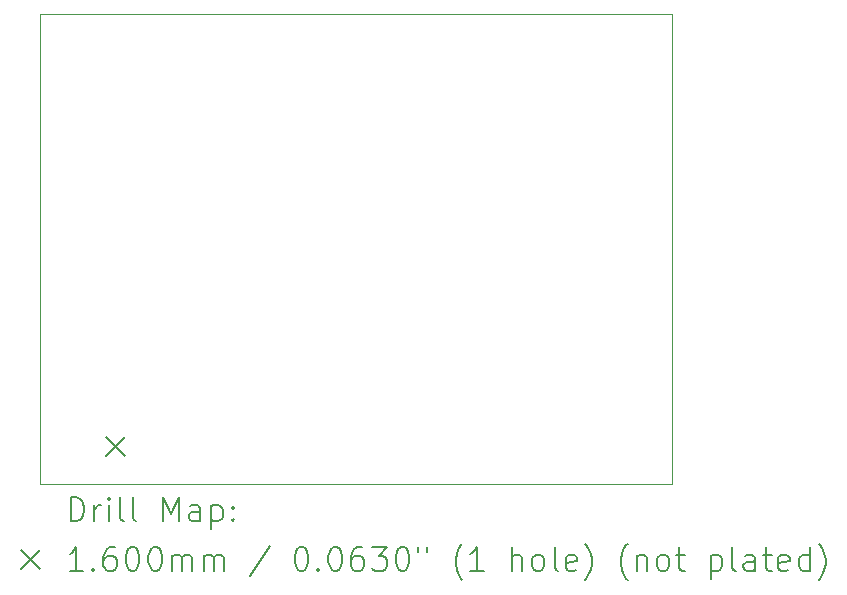
<source format=gbr>
%TF.GenerationSoftware,KiCad,Pcbnew,7.0.11-7.0.11~ubuntu22.04.1*%
%TF.CreationDate,2025-04-19T23:19:39+01:00*%
%TF.ProjectId,Mixed_Signal_Design,4d697865-645f-4536-9967-6e616c5f4465,rev?*%
%TF.SameCoordinates,Original*%
%TF.FileFunction,Drillmap*%
%TF.FilePolarity,Positive*%
%FSLAX45Y45*%
G04 Gerber Fmt 4.5, Leading zero omitted, Abs format (unit mm)*
G04 Created by KiCad (PCBNEW 7.0.11-7.0.11~ubuntu22.04.1) date 2025-04-19 23:19:39*
%MOMM*%
%LPD*%
G01*
G04 APERTURE LIST*
%ADD10C,0.050000*%
%ADD11C,0.200000*%
%ADD12C,0.160000*%
G04 APERTURE END LIST*
D10*
X11557000Y-8686800D02*
X16903700Y-8686800D01*
X16903700Y-12661900D01*
X11557000Y-12661900D01*
X11557000Y-8686800D01*
D11*
D12*
X12112000Y-12261200D02*
X12272000Y-12421200D01*
X12272000Y-12261200D02*
X12112000Y-12421200D01*
D11*
X11815277Y-12975884D02*
X11815277Y-12775884D01*
X11815277Y-12775884D02*
X11862896Y-12775884D01*
X11862896Y-12775884D02*
X11891467Y-12785408D01*
X11891467Y-12785408D02*
X11910515Y-12804455D01*
X11910515Y-12804455D02*
X11920039Y-12823503D01*
X11920039Y-12823503D02*
X11929562Y-12861598D01*
X11929562Y-12861598D02*
X11929562Y-12890169D01*
X11929562Y-12890169D02*
X11920039Y-12928265D01*
X11920039Y-12928265D02*
X11910515Y-12947312D01*
X11910515Y-12947312D02*
X11891467Y-12966360D01*
X11891467Y-12966360D02*
X11862896Y-12975884D01*
X11862896Y-12975884D02*
X11815277Y-12975884D01*
X12015277Y-12975884D02*
X12015277Y-12842550D01*
X12015277Y-12880646D02*
X12024801Y-12861598D01*
X12024801Y-12861598D02*
X12034324Y-12852074D01*
X12034324Y-12852074D02*
X12053372Y-12842550D01*
X12053372Y-12842550D02*
X12072420Y-12842550D01*
X12139086Y-12975884D02*
X12139086Y-12842550D01*
X12139086Y-12775884D02*
X12129562Y-12785408D01*
X12129562Y-12785408D02*
X12139086Y-12794931D01*
X12139086Y-12794931D02*
X12148610Y-12785408D01*
X12148610Y-12785408D02*
X12139086Y-12775884D01*
X12139086Y-12775884D02*
X12139086Y-12794931D01*
X12262896Y-12975884D02*
X12243848Y-12966360D01*
X12243848Y-12966360D02*
X12234324Y-12947312D01*
X12234324Y-12947312D02*
X12234324Y-12775884D01*
X12367658Y-12975884D02*
X12348610Y-12966360D01*
X12348610Y-12966360D02*
X12339086Y-12947312D01*
X12339086Y-12947312D02*
X12339086Y-12775884D01*
X12596229Y-12975884D02*
X12596229Y-12775884D01*
X12596229Y-12775884D02*
X12662896Y-12918741D01*
X12662896Y-12918741D02*
X12729562Y-12775884D01*
X12729562Y-12775884D02*
X12729562Y-12975884D01*
X12910515Y-12975884D02*
X12910515Y-12871122D01*
X12910515Y-12871122D02*
X12900991Y-12852074D01*
X12900991Y-12852074D02*
X12881943Y-12842550D01*
X12881943Y-12842550D02*
X12843848Y-12842550D01*
X12843848Y-12842550D02*
X12824801Y-12852074D01*
X12910515Y-12966360D02*
X12891467Y-12975884D01*
X12891467Y-12975884D02*
X12843848Y-12975884D01*
X12843848Y-12975884D02*
X12824801Y-12966360D01*
X12824801Y-12966360D02*
X12815277Y-12947312D01*
X12815277Y-12947312D02*
X12815277Y-12928265D01*
X12815277Y-12928265D02*
X12824801Y-12909217D01*
X12824801Y-12909217D02*
X12843848Y-12899693D01*
X12843848Y-12899693D02*
X12891467Y-12899693D01*
X12891467Y-12899693D02*
X12910515Y-12890169D01*
X13005753Y-12842550D02*
X13005753Y-13042550D01*
X13005753Y-12852074D02*
X13024801Y-12842550D01*
X13024801Y-12842550D02*
X13062896Y-12842550D01*
X13062896Y-12842550D02*
X13081943Y-12852074D01*
X13081943Y-12852074D02*
X13091467Y-12861598D01*
X13091467Y-12861598D02*
X13100991Y-12880646D01*
X13100991Y-12880646D02*
X13100991Y-12937788D01*
X13100991Y-12937788D02*
X13091467Y-12956836D01*
X13091467Y-12956836D02*
X13081943Y-12966360D01*
X13081943Y-12966360D02*
X13062896Y-12975884D01*
X13062896Y-12975884D02*
X13024801Y-12975884D01*
X13024801Y-12975884D02*
X13005753Y-12966360D01*
X13186705Y-12956836D02*
X13196229Y-12966360D01*
X13196229Y-12966360D02*
X13186705Y-12975884D01*
X13186705Y-12975884D02*
X13177182Y-12966360D01*
X13177182Y-12966360D02*
X13186705Y-12956836D01*
X13186705Y-12956836D02*
X13186705Y-12975884D01*
X13186705Y-12852074D02*
X13196229Y-12861598D01*
X13196229Y-12861598D02*
X13186705Y-12871122D01*
X13186705Y-12871122D02*
X13177182Y-12861598D01*
X13177182Y-12861598D02*
X13186705Y-12852074D01*
X13186705Y-12852074D02*
X13186705Y-12871122D01*
D12*
X11394500Y-13224400D02*
X11554500Y-13384400D01*
X11554500Y-13224400D02*
X11394500Y-13384400D01*
D11*
X11920039Y-13395884D02*
X11805753Y-13395884D01*
X11862896Y-13395884D02*
X11862896Y-13195884D01*
X11862896Y-13195884D02*
X11843848Y-13224455D01*
X11843848Y-13224455D02*
X11824801Y-13243503D01*
X11824801Y-13243503D02*
X11805753Y-13253027D01*
X12005753Y-13376836D02*
X12015277Y-13386360D01*
X12015277Y-13386360D02*
X12005753Y-13395884D01*
X12005753Y-13395884D02*
X11996229Y-13386360D01*
X11996229Y-13386360D02*
X12005753Y-13376836D01*
X12005753Y-13376836D02*
X12005753Y-13395884D01*
X12186705Y-13195884D02*
X12148610Y-13195884D01*
X12148610Y-13195884D02*
X12129562Y-13205408D01*
X12129562Y-13205408D02*
X12120039Y-13214931D01*
X12120039Y-13214931D02*
X12100991Y-13243503D01*
X12100991Y-13243503D02*
X12091467Y-13281598D01*
X12091467Y-13281598D02*
X12091467Y-13357788D01*
X12091467Y-13357788D02*
X12100991Y-13376836D01*
X12100991Y-13376836D02*
X12110515Y-13386360D01*
X12110515Y-13386360D02*
X12129562Y-13395884D01*
X12129562Y-13395884D02*
X12167658Y-13395884D01*
X12167658Y-13395884D02*
X12186705Y-13386360D01*
X12186705Y-13386360D02*
X12196229Y-13376836D01*
X12196229Y-13376836D02*
X12205753Y-13357788D01*
X12205753Y-13357788D02*
X12205753Y-13310169D01*
X12205753Y-13310169D02*
X12196229Y-13291122D01*
X12196229Y-13291122D02*
X12186705Y-13281598D01*
X12186705Y-13281598D02*
X12167658Y-13272074D01*
X12167658Y-13272074D02*
X12129562Y-13272074D01*
X12129562Y-13272074D02*
X12110515Y-13281598D01*
X12110515Y-13281598D02*
X12100991Y-13291122D01*
X12100991Y-13291122D02*
X12091467Y-13310169D01*
X12329562Y-13195884D02*
X12348610Y-13195884D01*
X12348610Y-13195884D02*
X12367658Y-13205408D01*
X12367658Y-13205408D02*
X12377182Y-13214931D01*
X12377182Y-13214931D02*
X12386705Y-13233979D01*
X12386705Y-13233979D02*
X12396229Y-13272074D01*
X12396229Y-13272074D02*
X12396229Y-13319693D01*
X12396229Y-13319693D02*
X12386705Y-13357788D01*
X12386705Y-13357788D02*
X12377182Y-13376836D01*
X12377182Y-13376836D02*
X12367658Y-13386360D01*
X12367658Y-13386360D02*
X12348610Y-13395884D01*
X12348610Y-13395884D02*
X12329562Y-13395884D01*
X12329562Y-13395884D02*
X12310515Y-13386360D01*
X12310515Y-13386360D02*
X12300991Y-13376836D01*
X12300991Y-13376836D02*
X12291467Y-13357788D01*
X12291467Y-13357788D02*
X12281943Y-13319693D01*
X12281943Y-13319693D02*
X12281943Y-13272074D01*
X12281943Y-13272074D02*
X12291467Y-13233979D01*
X12291467Y-13233979D02*
X12300991Y-13214931D01*
X12300991Y-13214931D02*
X12310515Y-13205408D01*
X12310515Y-13205408D02*
X12329562Y-13195884D01*
X12520039Y-13195884D02*
X12539086Y-13195884D01*
X12539086Y-13195884D02*
X12558134Y-13205408D01*
X12558134Y-13205408D02*
X12567658Y-13214931D01*
X12567658Y-13214931D02*
X12577182Y-13233979D01*
X12577182Y-13233979D02*
X12586705Y-13272074D01*
X12586705Y-13272074D02*
X12586705Y-13319693D01*
X12586705Y-13319693D02*
X12577182Y-13357788D01*
X12577182Y-13357788D02*
X12567658Y-13376836D01*
X12567658Y-13376836D02*
X12558134Y-13386360D01*
X12558134Y-13386360D02*
X12539086Y-13395884D01*
X12539086Y-13395884D02*
X12520039Y-13395884D01*
X12520039Y-13395884D02*
X12500991Y-13386360D01*
X12500991Y-13386360D02*
X12491467Y-13376836D01*
X12491467Y-13376836D02*
X12481943Y-13357788D01*
X12481943Y-13357788D02*
X12472420Y-13319693D01*
X12472420Y-13319693D02*
X12472420Y-13272074D01*
X12472420Y-13272074D02*
X12481943Y-13233979D01*
X12481943Y-13233979D02*
X12491467Y-13214931D01*
X12491467Y-13214931D02*
X12500991Y-13205408D01*
X12500991Y-13205408D02*
X12520039Y-13195884D01*
X12672420Y-13395884D02*
X12672420Y-13262550D01*
X12672420Y-13281598D02*
X12681943Y-13272074D01*
X12681943Y-13272074D02*
X12700991Y-13262550D01*
X12700991Y-13262550D02*
X12729563Y-13262550D01*
X12729563Y-13262550D02*
X12748610Y-13272074D01*
X12748610Y-13272074D02*
X12758134Y-13291122D01*
X12758134Y-13291122D02*
X12758134Y-13395884D01*
X12758134Y-13291122D02*
X12767658Y-13272074D01*
X12767658Y-13272074D02*
X12786705Y-13262550D01*
X12786705Y-13262550D02*
X12815277Y-13262550D01*
X12815277Y-13262550D02*
X12834324Y-13272074D01*
X12834324Y-13272074D02*
X12843848Y-13291122D01*
X12843848Y-13291122D02*
X12843848Y-13395884D01*
X12939086Y-13395884D02*
X12939086Y-13262550D01*
X12939086Y-13281598D02*
X12948610Y-13272074D01*
X12948610Y-13272074D02*
X12967658Y-13262550D01*
X12967658Y-13262550D02*
X12996229Y-13262550D01*
X12996229Y-13262550D02*
X13015277Y-13272074D01*
X13015277Y-13272074D02*
X13024801Y-13291122D01*
X13024801Y-13291122D02*
X13024801Y-13395884D01*
X13024801Y-13291122D02*
X13034324Y-13272074D01*
X13034324Y-13272074D02*
X13053372Y-13262550D01*
X13053372Y-13262550D02*
X13081943Y-13262550D01*
X13081943Y-13262550D02*
X13100991Y-13272074D01*
X13100991Y-13272074D02*
X13110515Y-13291122D01*
X13110515Y-13291122D02*
X13110515Y-13395884D01*
X13500991Y-13186360D02*
X13329563Y-13443503D01*
X13758134Y-13195884D02*
X13777182Y-13195884D01*
X13777182Y-13195884D02*
X13796229Y-13205408D01*
X13796229Y-13205408D02*
X13805753Y-13214931D01*
X13805753Y-13214931D02*
X13815277Y-13233979D01*
X13815277Y-13233979D02*
X13824801Y-13272074D01*
X13824801Y-13272074D02*
X13824801Y-13319693D01*
X13824801Y-13319693D02*
X13815277Y-13357788D01*
X13815277Y-13357788D02*
X13805753Y-13376836D01*
X13805753Y-13376836D02*
X13796229Y-13386360D01*
X13796229Y-13386360D02*
X13777182Y-13395884D01*
X13777182Y-13395884D02*
X13758134Y-13395884D01*
X13758134Y-13395884D02*
X13739086Y-13386360D01*
X13739086Y-13386360D02*
X13729563Y-13376836D01*
X13729563Y-13376836D02*
X13720039Y-13357788D01*
X13720039Y-13357788D02*
X13710515Y-13319693D01*
X13710515Y-13319693D02*
X13710515Y-13272074D01*
X13710515Y-13272074D02*
X13720039Y-13233979D01*
X13720039Y-13233979D02*
X13729563Y-13214931D01*
X13729563Y-13214931D02*
X13739086Y-13205408D01*
X13739086Y-13205408D02*
X13758134Y-13195884D01*
X13910515Y-13376836D02*
X13920039Y-13386360D01*
X13920039Y-13386360D02*
X13910515Y-13395884D01*
X13910515Y-13395884D02*
X13900991Y-13386360D01*
X13900991Y-13386360D02*
X13910515Y-13376836D01*
X13910515Y-13376836D02*
X13910515Y-13395884D01*
X14043848Y-13195884D02*
X14062896Y-13195884D01*
X14062896Y-13195884D02*
X14081944Y-13205408D01*
X14081944Y-13205408D02*
X14091467Y-13214931D01*
X14091467Y-13214931D02*
X14100991Y-13233979D01*
X14100991Y-13233979D02*
X14110515Y-13272074D01*
X14110515Y-13272074D02*
X14110515Y-13319693D01*
X14110515Y-13319693D02*
X14100991Y-13357788D01*
X14100991Y-13357788D02*
X14091467Y-13376836D01*
X14091467Y-13376836D02*
X14081944Y-13386360D01*
X14081944Y-13386360D02*
X14062896Y-13395884D01*
X14062896Y-13395884D02*
X14043848Y-13395884D01*
X14043848Y-13395884D02*
X14024801Y-13386360D01*
X14024801Y-13386360D02*
X14015277Y-13376836D01*
X14015277Y-13376836D02*
X14005753Y-13357788D01*
X14005753Y-13357788D02*
X13996229Y-13319693D01*
X13996229Y-13319693D02*
X13996229Y-13272074D01*
X13996229Y-13272074D02*
X14005753Y-13233979D01*
X14005753Y-13233979D02*
X14015277Y-13214931D01*
X14015277Y-13214931D02*
X14024801Y-13205408D01*
X14024801Y-13205408D02*
X14043848Y-13195884D01*
X14281944Y-13195884D02*
X14243848Y-13195884D01*
X14243848Y-13195884D02*
X14224801Y-13205408D01*
X14224801Y-13205408D02*
X14215277Y-13214931D01*
X14215277Y-13214931D02*
X14196229Y-13243503D01*
X14196229Y-13243503D02*
X14186706Y-13281598D01*
X14186706Y-13281598D02*
X14186706Y-13357788D01*
X14186706Y-13357788D02*
X14196229Y-13376836D01*
X14196229Y-13376836D02*
X14205753Y-13386360D01*
X14205753Y-13386360D02*
X14224801Y-13395884D01*
X14224801Y-13395884D02*
X14262896Y-13395884D01*
X14262896Y-13395884D02*
X14281944Y-13386360D01*
X14281944Y-13386360D02*
X14291467Y-13376836D01*
X14291467Y-13376836D02*
X14300991Y-13357788D01*
X14300991Y-13357788D02*
X14300991Y-13310169D01*
X14300991Y-13310169D02*
X14291467Y-13291122D01*
X14291467Y-13291122D02*
X14281944Y-13281598D01*
X14281944Y-13281598D02*
X14262896Y-13272074D01*
X14262896Y-13272074D02*
X14224801Y-13272074D01*
X14224801Y-13272074D02*
X14205753Y-13281598D01*
X14205753Y-13281598D02*
X14196229Y-13291122D01*
X14196229Y-13291122D02*
X14186706Y-13310169D01*
X14367658Y-13195884D02*
X14491467Y-13195884D01*
X14491467Y-13195884D02*
X14424801Y-13272074D01*
X14424801Y-13272074D02*
X14453372Y-13272074D01*
X14453372Y-13272074D02*
X14472420Y-13281598D01*
X14472420Y-13281598D02*
X14481944Y-13291122D01*
X14481944Y-13291122D02*
X14491467Y-13310169D01*
X14491467Y-13310169D02*
X14491467Y-13357788D01*
X14491467Y-13357788D02*
X14481944Y-13376836D01*
X14481944Y-13376836D02*
X14472420Y-13386360D01*
X14472420Y-13386360D02*
X14453372Y-13395884D01*
X14453372Y-13395884D02*
X14396229Y-13395884D01*
X14396229Y-13395884D02*
X14377182Y-13386360D01*
X14377182Y-13386360D02*
X14367658Y-13376836D01*
X14615277Y-13195884D02*
X14634325Y-13195884D01*
X14634325Y-13195884D02*
X14653372Y-13205408D01*
X14653372Y-13205408D02*
X14662896Y-13214931D01*
X14662896Y-13214931D02*
X14672420Y-13233979D01*
X14672420Y-13233979D02*
X14681944Y-13272074D01*
X14681944Y-13272074D02*
X14681944Y-13319693D01*
X14681944Y-13319693D02*
X14672420Y-13357788D01*
X14672420Y-13357788D02*
X14662896Y-13376836D01*
X14662896Y-13376836D02*
X14653372Y-13386360D01*
X14653372Y-13386360D02*
X14634325Y-13395884D01*
X14634325Y-13395884D02*
X14615277Y-13395884D01*
X14615277Y-13395884D02*
X14596229Y-13386360D01*
X14596229Y-13386360D02*
X14586706Y-13376836D01*
X14586706Y-13376836D02*
X14577182Y-13357788D01*
X14577182Y-13357788D02*
X14567658Y-13319693D01*
X14567658Y-13319693D02*
X14567658Y-13272074D01*
X14567658Y-13272074D02*
X14577182Y-13233979D01*
X14577182Y-13233979D02*
X14586706Y-13214931D01*
X14586706Y-13214931D02*
X14596229Y-13205408D01*
X14596229Y-13205408D02*
X14615277Y-13195884D01*
X14758134Y-13195884D02*
X14758134Y-13233979D01*
X14834325Y-13195884D02*
X14834325Y-13233979D01*
X15129563Y-13472074D02*
X15120039Y-13462550D01*
X15120039Y-13462550D02*
X15100991Y-13433979D01*
X15100991Y-13433979D02*
X15091468Y-13414931D01*
X15091468Y-13414931D02*
X15081944Y-13386360D01*
X15081944Y-13386360D02*
X15072420Y-13338741D01*
X15072420Y-13338741D02*
X15072420Y-13300646D01*
X15072420Y-13300646D02*
X15081944Y-13253027D01*
X15081944Y-13253027D02*
X15091468Y-13224455D01*
X15091468Y-13224455D02*
X15100991Y-13205408D01*
X15100991Y-13205408D02*
X15120039Y-13176836D01*
X15120039Y-13176836D02*
X15129563Y-13167312D01*
X15310515Y-13395884D02*
X15196229Y-13395884D01*
X15253372Y-13395884D02*
X15253372Y-13195884D01*
X15253372Y-13195884D02*
X15234325Y-13224455D01*
X15234325Y-13224455D02*
X15215277Y-13243503D01*
X15215277Y-13243503D02*
X15196229Y-13253027D01*
X15548610Y-13395884D02*
X15548610Y-13195884D01*
X15634325Y-13395884D02*
X15634325Y-13291122D01*
X15634325Y-13291122D02*
X15624801Y-13272074D01*
X15624801Y-13272074D02*
X15605753Y-13262550D01*
X15605753Y-13262550D02*
X15577182Y-13262550D01*
X15577182Y-13262550D02*
X15558134Y-13272074D01*
X15558134Y-13272074D02*
X15548610Y-13281598D01*
X15758134Y-13395884D02*
X15739087Y-13386360D01*
X15739087Y-13386360D02*
X15729563Y-13376836D01*
X15729563Y-13376836D02*
X15720039Y-13357788D01*
X15720039Y-13357788D02*
X15720039Y-13300646D01*
X15720039Y-13300646D02*
X15729563Y-13281598D01*
X15729563Y-13281598D02*
X15739087Y-13272074D01*
X15739087Y-13272074D02*
X15758134Y-13262550D01*
X15758134Y-13262550D02*
X15786706Y-13262550D01*
X15786706Y-13262550D02*
X15805753Y-13272074D01*
X15805753Y-13272074D02*
X15815277Y-13281598D01*
X15815277Y-13281598D02*
X15824801Y-13300646D01*
X15824801Y-13300646D02*
X15824801Y-13357788D01*
X15824801Y-13357788D02*
X15815277Y-13376836D01*
X15815277Y-13376836D02*
X15805753Y-13386360D01*
X15805753Y-13386360D02*
X15786706Y-13395884D01*
X15786706Y-13395884D02*
X15758134Y-13395884D01*
X15939087Y-13395884D02*
X15920039Y-13386360D01*
X15920039Y-13386360D02*
X15910515Y-13367312D01*
X15910515Y-13367312D02*
X15910515Y-13195884D01*
X16091468Y-13386360D02*
X16072420Y-13395884D01*
X16072420Y-13395884D02*
X16034325Y-13395884D01*
X16034325Y-13395884D02*
X16015277Y-13386360D01*
X16015277Y-13386360D02*
X16005753Y-13367312D01*
X16005753Y-13367312D02*
X16005753Y-13291122D01*
X16005753Y-13291122D02*
X16015277Y-13272074D01*
X16015277Y-13272074D02*
X16034325Y-13262550D01*
X16034325Y-13262550D02*
X16072420Y-13262550D01*
X16072420Y-13262550D02*
X16091468Y-13272074D01*
X16091468Y-13272074D02*
X16100991Y-13291122D01*
X16100991Y-13291122D02*
X16100991Y-13310169D01*
X16100991Y-13310169D02*
X16005753Y-13329217D01*
X16167658Y-13472074D02*
X16177182Y-13462550D01*
X16177182Y-13462550D02*
X16196230Y-13433979D01*
X16196230Y-13433979D02*
X16205753Y-13414931D01*
X16205753Y-13414931D02*
X16215277Y-13386360D01*
X16215277Y-13386360D02*
X16224801Y-13338741D01*
X16224801Y-13338741D02*
X16224801Y-13300646D01*
X16224801Y-13300646D02*
X16215277Y-13253027D01*
X16215277Y-13253027D02*
X16205753Y-13224455D01*
X16205753Y-13224455D02*
X16196230Y-13205408D01*
X16196230Y-13205408D02*
X16177182Y-13176836D01*
X16177182Y-13176836D02*
X16167658Y-13167312D01*
X16529563Y-13472074D02*
X16520039Y-13462550D01*
X16520039Y-13462550D02*
X16500991Y-13433979D01*
X16500991Y-13433979D02*
X16491468Y-13414931D01*
X16491468Y-13414931D02*
X16481944Y-13386360D01*
X16481944Y-13386360D02*
X16472420Y-13338741D01*
X16472420Y-13338741D02*
X16472420Y-13300646D01*
X16472420Y-13300646D02*
X16481944Y-13253027D01*
X16481944Y-13253027D02*
X16491468Y-13224455D01*
X16491468Y-13224455D02*
X16500991Y-13205408D01*
X16500991Y-13205408D02*
X16520039Y-13176836D01*
X16520039Y-13176836D02*
X16529563Y-13167312D01*
X16605753Y-13262550D02*
X16605753Y-13395884D01*
X16605753Y-13281598D02*
X16615277Y-13272074D01*
X16615277Y-13272074D02*
X16634325Y-13262550D01*
X16634325Y-13262550D02*
X16662896Y-13262550D01*
X16662896Y-13262550D02*
X16681944Y-13272074D01*
X16681944Y-13272074D02*
X16691468Y-13291122D01*
X16691468Y-13291122D02*
X16691468Y-13395884D01*
X16815277Y-13395884D02*
X16796230Y-13386360D01*
X16796230Y-13386360D02*
X16786706Y-13376836D01*
X16786706Y-13376836D02*
X16777182Y-13357788D01*
X16777182Y-13357788D02*
X16777182Y-13300646D01*
X16777182Y-13300646D02*
X16786706Y-13281598D01*
X16786706Y-13281598D02*
X16796230Y-13272074D01*
X16796230Y-13272074D02*
X16815277Y-13262550D01*
X16815277Y-13262550D02*
X16843849Y-13262550D01*
X16843849Y-13262550D02*
X16862896Y-13272074D01*
X16862896Y-13272074D02*
X16872420Y-13281598D01*
X16872420Y-13281598D02*
X16881944Y-13300646D01*
X16881944Y-13300646D02*
X16881944Y-13357788D01*
X16881944Y-13357788D02*
X16872420Y-13376836D01*
X16872420Y-13376836D02*
X16862896Y-13386360D01*
X16862896Y-13386360D02*
X16843849Y-13395884D01*
X16843849Y-13395884D02*
X16815277Y-13395884D01*
X16939087Y-13262550D02*
X17015277Y-13262550D01*
X16967658Y-13195884D02*
X16967658Y-13367312D01*
X16967658Y-13367312D02*
X16977182Y-13386360D01*
X16977182Y-13386360D02*
X16996230Y-13395884D01*
X16996230Y-13395884D02*
X17015277Y-13395884D01*
X17234325Y-13262550D02*
X17234325Y-13462550D01*
X17234325Y-13272074D02*
X17253373Y-13262550D01*
X17253373Y-13262550D02*
X17291468Y-13262550D01*
X17291468Y-13262550D02*
X17310515Y-13272074D01*
X17310515Y-13272074D02*
X17320039Y-13281598D01*
X17320039Y-13281598D02*
X17329563Y-13300646D01*
X17329563Y-13300646D02*
X17329563Y-13357788D01*
X17329563Y-13357788D02*
X17320039Y-13376836D01*
X17320039Y-13376836D02*
X17310515Y-13386360D01*
X17310515Y-13386360D02*
X17291468Y-13395884D01*
X17291468Y-13395884D02*
X17253373Y-13395884D01*
X17253373Y-13395884D02*
X17234325Y-13386360D01*
X17443849Y-13395884D02*
X17424801Y-13386360D01*
X17424801Y-13386360D02*
X17415277Y-13367312D01*
X17415277Y-13367312D02*
X17415277Y-13195884D01*
X17605754Y-13395884D02*
X17605754Y-13291122D01*
X17605754Y-13291122D02*
X17596230Y-13272074D01*
X17596230Y-13272074D02*
X17577182Y-13262550D01*
X17577182Y-13262550D02*
X17539087Y-13262550D01*
X17539087Y-13262550D02*
X17520039Y-13272074D01*
X17605754Y-13386360D02*
X17586706Y-13395884D01*
X17586706Y-13395884D02*
X17539087Y-13395884D01*
X17539087Y-13395884D02*
X17520039Y-13386360D01*
X17520039Y-13386360D02*
X17510515Y-13367312D01*
X17510515Y-13367312D02*
X17510515Y-13348265D01*
X17510515Y-13348265D02*
X17520039Y-13329217D01*
X17520039Y-13329217D02*
X17539087Y-13319693D01*
X17539087Y-13319693D02*
X17586706Y-13319693D01*
X17586706Y-13319693D02*
X17605754Y-13310169D01*
X17672420Y-13262550D02*
X17748611Y-13262550D01*
X17700992Y-13195884D02*
X17700992Y-13367312D01*
X17700992Y-13367312D02*
X17710515Y-13386360D01*
X17710515Y-13386360D02*
X17729563Y-13395884D01*
X17729563Y-13395884D02*
X17748611Y-13395884D01*
X17891468Y-13386360D02*
X17872420Y-13395884D01*
X17872420Y-13395884D02*
X17834325Y-13395884D01*
X17834325Y-13395884D02*
X17815277Y-13386360D01*
X17815277Y-13386360D02*
X17805754Y-13367312D01*
X17805754Y-13367312D02*
X17805754Y-13291122D01*
X17805754Y-13291122D02*
X17815277Y-13272074D01*
X17815277Y-13272074D02*
X17834325Y-13262550D01*
X17834325Y-13262550D02*
X17872420Y-13262550D01*
X17872420Y-13262550D02*
X17891468Y-13272074D01*
X17891468Y-13272074D02*
X17900992Y-13291122D01*
X17900992Y-13291122D02*
X17900992Y-13310169D01*
X17900992Y-13310169D02*
X17805754Y-13329217D01*
X18072420Y-13395884D02*
X18072420Y-13195884D01*
X18072420Y-13386360D02*
X18053373Y-13395884D01*
X18053373Y-13395884D02*
X18015277Y-13395884D01*
X18015277Y-13395884D02*
X17996230Y-13386360D01*
X17996230Y-13386360D02*
X17986706Y-13376836D01*
X17986706Y-13376836D02*
X17977182Y-13357788D01*
X17977182Y-13357788D02*
X17977182Y-13300646D01*
X17977182Y-13300646D02*
X17986706Y-13281598D01*
X17986706Y-13281598D02*
X17996230Y-13272074D01*
X17996230Y-13272074D02*
X18015277Y-13262550D01*
X18015277Y-13262550D02*
X18053373Y-13262550D01*
X18053373Y-13262550D02*
X18072420Y-13272074D01*
X18148611Y-13472074D02*
X18158135Y-13462550D01*
X18158135Y-13462550D02*
X18177182Y-13433979D01*
X18177182Y-13433979D02*
X18186706Y-13414931D01*
X18186706Y-13414931D02*
X18196230Y-13386360D01*
X18196230Y-13386360D02*
X18205754Y-13338741D01*
X18205754Y-13338741D02*
X18205754Y-13300646D01*
X18205754Y-13300646D02*
X18196230Y-13253027D01*
X18196230Y-13253027D02*
X18186706Y-13224455D01*
X18186706Y-13224455D02*
X18177182Y-13205408D01*
X18177182Y-13205408D02*
X18158135Y-13176836D01*
X18158135Y-13176836D02*
X18148611Y-13167312D01*
M02*

</source>
